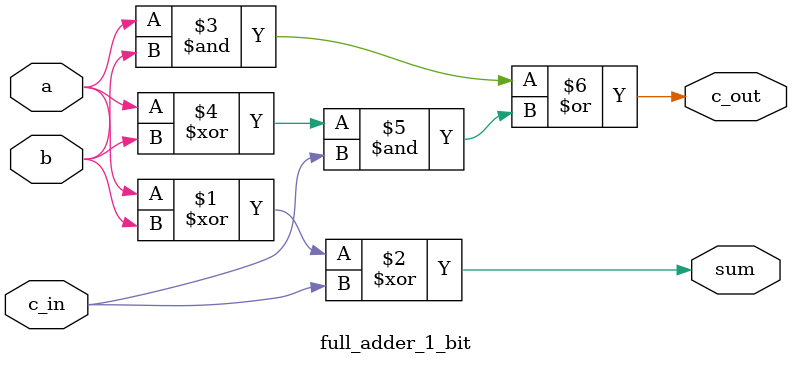
<source format=sv>

module full_adder_1_bit ( 
	input  logic a,
	input  logic b,
	input  logic c_in,
	output logic sum,
	output logic c_out);
								  								  
	assign sum = a ^ b ^ c_in;
	assign c_out = (a & b) | ((a ^ b) & c_in);

endmodule

</source>
